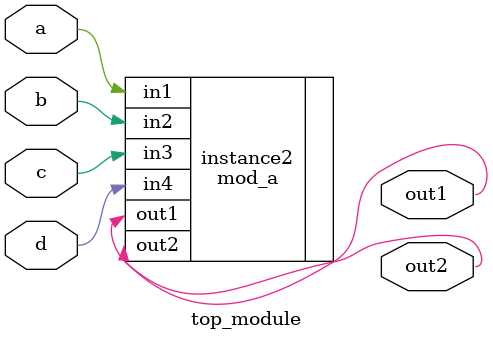
<source format=v>
module top_module ( 
    input a, 
    input b, 
    input c,
    input d,
    output out1,
    output out2
);
    mod_a instance2(.out1(out1),.out2(out2),.in1(a),.in2(b),.in3(c),.in4(d));
endmodule

</source>
